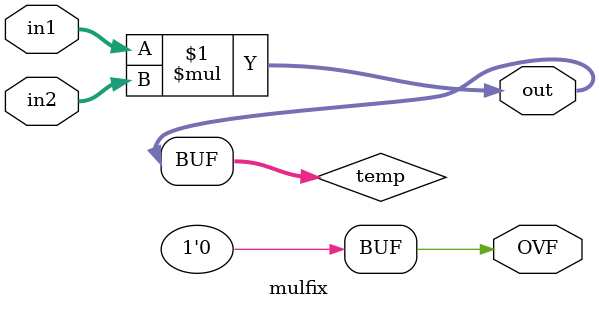
<source format=v>
`timescale 1ns / 1ps




`define RQWI   ( WI1+WI2 )
`define RQWF   ( WF1+WF2 )

module mulfix  #(parameter WI1=4, WF1=4, WI2=4, WF2=4, WI0=8, WF0=8)( input signed [WI1+WF1-1:0] in1, input signed [WI2+WF2-1:0] in2, output signed [WI0+WF0-1:0] out, output OVF);
generate

wire signed [`RQWI+`RQWF-1:0] temp;




assign temp = in1 * in2;

assign out = {{( WI0 > `RQWI ? WI0-`RQWI+1 : 1 ){temp[`RQWI+`RQWF-1]}},temp[( WI0 > `RQWI ? `RQWI+`RQWF-2  : WI0+`RQWF-2 ):`RQWF],temp[`RQWF-1:( WF0 > `RQWF ? 0 :`RQWF-WF0)],{( WF0 > `RQWF ? WF0-`RQWF : 0 ){1'b0}}};



if ( WI0 >= `RQWI) 
    begin 
    assign OVF=1'b0;
    end 
else  
    begin
    assign OVF = ~((&temp[`RQWI+`RQWF-1:WI0+`RQWF-1])||(~(|temp[`RQWI+`RQWF-1:WI0+`RQWF-1]))) ;
    end
endgenerate

endmodule


</source>
